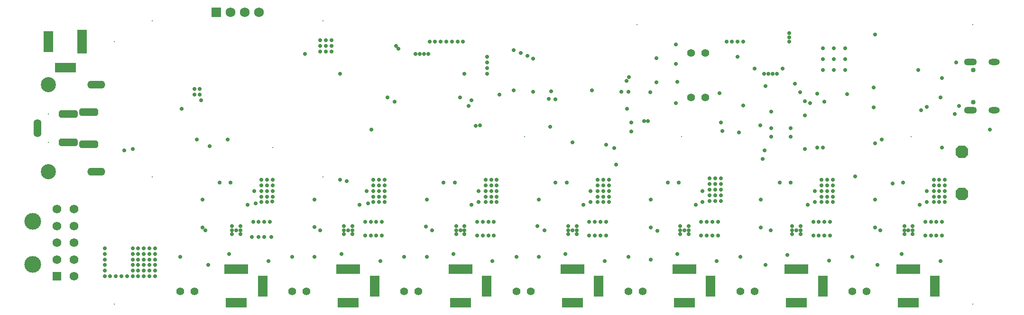
<source format=gbs>
G04*
G04 #@! TF.GenerationSoftware,Altium Limited,Altium Designer,24.5.2 (23)*
G04*
G04 Layer_Color=16711935*
%FSLAX44Y44*%
%MOMM*%
G71*
G04*
G04 #@! TF.SameCoordinates,89E67EBC-8B33-4F8A-85E1-C4BFE03A709E*
G04*
G04*
G04 #@! TF.FilePolarity,Negative*
G04*
G01*
G75*
%ADD79C,3.0000*%
%ADD80C,1.5700*%
%ADD81R,1.5700X1.5700*%
%ADD82C,0.2032*%
%ADD83C,1.7272*%
%ADD84R,1.7272X1.7272*%
G04:AMPARAMS|DCode=85|XSize=2.2032mm|YSize=2.2032mm|CornerRadius=0mm|HoleSize=0mm|Usage=FLASHONLY|Rotation=0.000|XOffset=0mm|YOffset=0mm|HoleType=Round|Shape=Octagon|*
%AMOCTAGOND85*
4,1,8,1.1016,-0.5508,1.1016,0.5508,0.5508,1.1016,-0.5508,1.1016,-1.1016,0.5508,-1.1016,-0.5508,-0.5508,-1.1016,0.5508,-1.1016,1.1016,-0.5508,0.0*
%
%ADD85OCTAGOND85*%

%ADD86C,1.4224*%
%ADD87R,4.2032X1.7032*%
%ADD88R,3.7032X1.7032*%
%ADD89R,1.7032X3.7032*%
%ADD90O,2.3032X1.2532*%
%ADD91O,2.0032X1.1032*%
%ADD92C,0.8532*%
%ADD93C,2.7032*%
G04:AMPARAMS|DCode=94|XSize=1.4032mm|YSize=3.4032mm|CornerRadius=0mm|HoleSize=0mm|Usage=FLASHONLY|Rotation=90.000|XOffset=0mm|YOffset=0mm|HoleType=Round|Shape=Octagon|*
%AMOCTAGOND94*
4,1,8,-1.7016,-0.3508,-1.7016,0.3508,-1.3508,0.7016,1.3508,0.7016,1.7016,0.3508,1.7016,-0.3508,1.3508,-0.7016,-1.3508,-0.7016,-1.7016,-0.3508,0.0*
%
%ADD94OCTAGOND94*%

%ADD95O,1.4032X3.2032*%
%ADD96O,3.2032X1.4032*%
%ADD97R,1.7032X4.2032*%
%ADD98C,0.7032*%
D79*
X21800Y121500D02*
D03*
Y198500D02*
D03*
D80*
X95000Y220000D02*
D03*
Y190000D02*
D03*
Y160000D02*
D03*
Y130000D02*
D03*
Y100000D02*
D03*
X65000Y220000D02*
D03*
Y190000D02*
D03*
Y160000D02*
D03*
Y130000D02*
D03*
D81*
Y100000D02*
D03*
D82*
X235200Y277500D02*
D03*
X540000D02*
D03*
Y556900D02*
D03*
X235200D02*
D03*
X1100000Y550000D02*
D03*
X1700000D02*
D03*
X1590000Y350000D02*
D03*
X167500Y50000D02*
D03*
Y520000D02*
D03*
X450000Y330000D02*
D03*
X900000Y350000D02*
D03*
X1180000D02*
D03*
X1700000Y50000D02*
D03*
X50000Y340000D02*
D03*
Y390000D02*
D03*
D83*
X425700Y572140D02*
D03*
X400300D02*
D03*
X374900D02*
D03*
D84*
X349500D02*
D03*
D85*
X1680000Y247000D02*
D03*
Y323000D02*
D03*
D86*
X285000Y72500D02*
D03*
X310400D02*
D03*
X1222400Y500000D02*
D03*
X1197000D02*
D03*
X510400Y72500D02*
D03*
X485000D02*
D03*
X1510400D02*
D03*
X1485000D02*
D03*
X1310400D02*
D03*
X1285000D02*
D03*
X1110400D02*
D03*
X1085000D02*
D03*
X910400D02*
D03*
X885000D02*
D03*
X710400D02*
D03*
X685000D02*
D03*
X1222400Y420000D02*
D03*
X1197000D02*
D03*
D87*
X385000Y112500D02*
D03*
X1585000D02*
D03*
X1385000D02*
D03*
X1185000D02*
D03*
X985000D02*
D03*
X785000D02*
D03*
X585000D02*
D03*
D88*
X385000Y52500D02*
D03*
X1585000D02*
D03*
X1385000D02*
D03*
X1185000D02*
D03*
X985000D02*
D03*
X785000D02*
D03*
X585000D02*
D03*
X80000Y473000D02*
D03*
D89*
X432000Y82500D02*
D03*
X1632000D02*
D03*
X1432000D02*
D03*
X1232000D02*
D03*
X1032000D02*
D03*
X832000D02*
D03*
X632000D02*
D03*
X50000Y520000D02*
D03*
D90*
X1695700Y397014D02*
D03*
Y483414D02*
D03*
D91*
X1737500Y397014D02*
D03*
Y483414D02*
D03*
D92*
X1700700Y469114D02*
D03*
Y411314D02*
D03*
D93*
X50000Y287000D02*
D03*
Y443000D02*
D03*
D94*
X121500Y394000D02*
D03*
Y336000D02*
D03*
X85000Y390000D02*
D03*
Y340000D02*
D03*
D95*
X30000Y365000D02*
D03*
D96*
X135000Y287000D02*
D03*
Y443000D02*
D03*
D97*
X110000Y520000D02*
D03*
D98*
X1063506Y299855D02*
D03*
X922874Y189518D02*
D03*
X1124250Y429250D02*
D03*
X570000Y462500D02*
D03*
X1443016Y128016D02*
D03*
X1368862Y137854D02*
D03*
X1321688Y237499D02*
D03*
X1321717Y187498D02*
D03*
X1112802Y377810D02*
D03*
X1120000D02*
D03*
X1136580Y180920D02*
D03*
X1125000Y187500D02*
D03*
X723420Y189080D02*
D03*
X735000Y182500D02*
D03*
X535144Y182356D02*
D03*
X524484Y188016D02*
D03*
X200000Y327500D02*
D03*
X1089960Y375000D02*
D03*
X1082500Y400000D02*
D03*
X1290000Y405730D02*
D03*
X1328016Y325230D02*
D03*
X1375000Y350000D02*
D03*
X1409270Y410000D02*
D03*
X1400000Y413540D02*
D03*
X1340056Y394310D02*
D03*
X1391829Y429254D02*
D03*
X1421984Y426944D02*
D03*
X1382540Y444825D02*
D03*
X1327500Y462500D02*
D03*
X1335000D02*
D03*
X1342500D02*
D03*
X1350000D02*
D03*
X1475000Y425730D02*
D03*
X1617500Y403270D02*
D03*
X1252500Y360000D02*
D03*
X1310000Y471730D02*
D03*
X1360000D02*
D03*
X1170000Y515000D02*
D03*
X1082037Y450049D02*
D03*
X1085655Y456298D02*
D03*
X955000Y416730D02*
D03*
X880000Y505000D02*
D03*
X892500Y499270D02*
D03*
X905000Y494230D02*
D03*
X915000Y489690D02*
D03*
X1135000Y490500D02*
D03*
X855040Y425000D02*
D03*
X805000Y415040D02*
D03*
X812540Y369334D02*
D03*
X570000Y272500D02*
D03*
X525000Y236730D02*
D03*
X1338810Y182500D02*
D03*
X1170000Y480000D02*
D03*
X1230000Y275000D02*
D03*
X1240000D02*
D03*
X1250000D02*
D03*
X1089960Y358956D02*
D03*
X1377500Y175000D02*
D03*
Y182500D02*
D03*
X942500Y417500D02*
D03*
X945000Y367500D02*
D03*
X1282500Y357500D02*
D03*
X1250000Y375000D02*
D03*
X1325000Y310000D02*
D03*
X792500Y462500D02*
D03*
X832500D02*
D03*
Y472500D02*
D03*
Y482500D02*
D03*
Y492500D02*
D03*
X850000Y272500D02*
D03*
Y252500D02*
D03*
X840000Y262500D02*
D03*
X830000Y272500D02*
D03*
X840000Y242500D02*
D03*
X850000Y232500D02*
D03*
Y242500D02*
D03*
X830000Y262500D02*
D03*
X840000Y252500D02*
D03*
X830000D02*
D03*
Y232500D02*
D03*
X817500D02*
D03*
X845000Y197500D02*
D03*
X835000D02*
D03*
X805000Y227500D02*
D03*
X817500Y252500D02*
D03*
X820000Y370000D02*
D03*
X830000Y242500D02*
D03*
X582500Y270000D02*
D03*
X625795Y362380D02*
D03*
X985000Y340000D02*
D03*
X1045000Y335000D02*
D03*
X1059954Y329672D02*
D03*
X1372500Y520000D02*
D03*
Y527500D02*
D03*
X1280000Y492500D02*
D03*
X705000Y497500D02*
D03*
X720000D02*
D03*
X727500D02*
D03*
X670000Y512500D02*
D03*
X535000Y502500D02*
D03*
X555000D02*
D03*
X545000D02*
D03*
X535000Y512500D02*
D03*
X545000D02*
D03*
X555000D02*
D03*
Y522500D02*
D03*
X535000D02*
D03*
X545000D02*
D03*
X507500Y497500D02*
D03*
X674163Y506838D02*
D03*
X1556940Y266310D02*
D03*
X840000Y272500D02*
D03*
Y232500D02*
D03*
X850000Y262500D02*
D03*
X915000Y430000D02*
D03*
X880000Y432500D02*
D03*
X425000Y170000D02*
D03*
X392500Y175000D02*
D03*
X329960Y182500D02*
D03*
X355000Y267500D02*
D03*
X375000D02*
D03*
X430000Y272500D02*
D03*
X450000Y262500D02*
D03*
X377500Y182500D02*
D03*
Y190000D02*
D03*
X440000Y252500D02*
D03*
X430000Y242500D02*
D03*
X417500Y252500D02*
D03*
X430000Y262500D02*
D03*
X440000Y272500D02*
D03*
X430000Y252500D02*
D03*
X420000Y230000D02*
D03*
X440000Y262500D02*
D03*
X450000Y272500D02*
D03*
X405000Y227500D02*
D03*
X415000Y197500D02*
D03*
X440000Y232500D02*
D03*
X392500Y182500D02*
D03*
X450000Y242500D02*
D03*
X448936Y233564D02*
D03*
X425000Y197500D02*
D03*
X435000Y197500D02*
D03*
X655000Y420000D02*
D03*
X412500Y170000D02*
D03*
X445000Y197500D02*
D03*
X1667500Y390000D02*
D03*
X1730000Y362500D02*
D03*
X1450000Y272500D02*
D03*
X1422500Y330000D02*
D03*
X1432500D02*
D03*
X1645000D02*
D03*
X790000Y520000D02*
D03*
X1247500Y427460D02*
D03*
X1085000Y430000D02*
D03*
X1072500D02*
D03*
X1522500Y402500D02*
D03*
X1435000Y412500D02*
D03*
X1400000Y327500D02*
D03*
X1375000Y365000D02*
D03*
X1400000Y387500D02*
D03*
X325000Y187500D02*
D03*
Y237500D02*
D03*
X440000Y242500D02*
D03*
X450000Y252500D02*
D03*
X335000Y120000D02*
D03*
X442500Y127500D02*
D03*
X285000Y135000D02*
D03*
X372500Y140000D02*
D03*
X447314Y170186D02*
D03*
X435000Y170000D02*
D03*
X377500Y175000D02*
D03*
X385000Y182500D02*
D03*
X392500Y190000D02*
D03*
X430000Y232500D02*
D03*
X185000Y325000D02*
D03*
X1135000Y447500D02*
D03*
X1170000Y410000D02*
D03*
X1172500Y448055D02*
D03*
X1522500Y437500D02*
D03*
X947500Y430991D02*
D03*
X1330000Y440000D02*
D03*
X1020000Y432540D02*
D03*
X1320202Y369798D02*
D03*
X1645000Y454960D02*
D03*
X1602500Y468754D02*
D03*
X1489919Y278293D02*
D03*
X1607500Y397500D02*
D03*
X1670000Y482500D02*
D03*
X1675000Y405000D02*
D03*
X1642500Y420000D02*
D03*
X315000Y345000D02*
D03*
X370000D02*
D03*
X1340000Y350000D02*
D03*
X712500Y497500D02*
D03*
X784656Y420344D02*
D03*
X667500Y412500D02*
D03*
X310000Y425000D02*
D03*
Y435000D02*
D03*
X320000D02*
D03*
Y425000D02*
D03*
X1250000Y265000D02*
D03*
X1240000D02*
D03*
X1250000Y255000D02*
D03*
Y245000D02*
D03*
X1230000Y265000D02*
D03*
X1240000Y255000D02*
D03*
X925000Y237500D02*
D03*
X1040000Y272500D02*
D03*
X1050000D02*
D03*
X1230000Y255000D02*
D03*
X1250000Y235000D02*
D03*
X1240000Y245000D02*
D03*
X1217500Y252500D02*
D03*
X1240000Y235000D02*
D03*
X1230000Y245000D02*
D03*
X337500Y332500D02*
D03*
X287500Y400000D02*
D03*
X322500Y415000D02*
D03*
X730000Y520000D02*
D03*
X770000D02*
D03*
X750000D02*
D03*
X740000D02*
D03*
X780000D02*
D03*
X760000D02*
D03*
X1290000D02*
D03*
X1280000D02*
D03*
X1270000D02*
D03*
X1260000D02*
D03*
X1525000Y532500D02*
D03*
X1372500Y535000D02*
D03*
X1340000Y365000D02*
D03*
X1525000Y337500D02*
D03*
X1537500Y345000D02*
D03*
X1432250Y488500D02*
D03*
X190000Y100000D02*
D03*
X180000D02*
D03*
X170000D02*
D03*
X160000D02*
D03*
X150000D02*
D03*
Y110000D02*
D03*
Y120000D02*
D03*
Y130000D02*
D03*
Y140000D02*
D03*
Y150000D02*
D03*
X240000Y100000D02*
D03*
Y110000D02*
D03*
Y120000D02*
D03*
Y130000D02*
D03*
Y140000D02*
D03*
Y150000D02*
D03*
X230000D02*
D03*
Y140000D02*
D03*
Y130000D02*
D03*
Y120000D02*
D03*
Y110000D02*
D03*
Y100000D02*
D03*
X220000D02*
D03*
Y110000D02*
D03*
Y120000D02*
D03*
Y130000D02*
D03*
Y140000D02*
D03*
Y150000D02*
D03*
X210000Y100000D02*
D03*
Y110000D02*
D03*
Y120000D02*
D03*
Y130000D02*
D03*
Y140000D02*
D03*
Y150000D02*
D03*
X200000Y100000D02*
D03*
Y110000D02*
D03*
Y120000D02*
D03*
Y130000D02*
D03*
Y140000D02*
D03*
Y150000D02*
D03*
X1432250Y508250D02*
D03*
X1471750Y468750D02*
D03*
X1452000D02*
D03*
X1432250D02*
D03*
X1452000Y508250D02*
D03*
X1471750D02*
D03*
Y488500D02*
D03*
X1452000D02*
D03*
X800000Y405000D02*
D03*
X1530000Y120000D02*
D03*
X1485000Y135000D02*
D03*
X1330000Y120000D02*
D03*
X1125000Y130000D02*
D03*
X925000Y135000D02*
D03*
X725000D02*
D03*
X525000D02*
D03*
X1615000Y172500D02*
D03*
X1630000Y242500D02*
D03*
X1640000Y262500D02*
D03*
X1630000D02*
D03*
X1615000Y197500D02*
D03*
X1645000D02*
D03*
X1640000Y232500D02*
D03*
X1617500D02*
D03*
X1605000Y227500D02*
D03*
X1650000Y272500D02*
D03*
X1640000D02*
D03*
X1630000D02*
D03*
X1625000Y197500D02*
D03*
X1635000D02*
D03*
X1625000Y172500D02*
D03*
X1635000D02*
D03*
X1642500Y127500D02*
D03*
X1525000Y237500D02*
D03*
Y187500D02*
D03*
X1535000Y182500D02*
D03*
X1617500Y252500D02*
D03*
X1575000Y267500D02*
D03*
X1592500Y182500D02*
D03*
Y190000D02*
D03*
Y175000D02*
D03*
X1577500Y190000D02*
D03*
X1585000Y182500D02*
D03*
X1577500D02*
D03*
Y175000D02*
D03*
X1572500Y140000D02*
D03*
X1205000Y227500D02*
D03*
X1245000Y172500D02*
D03*
X1225000Y197500D02*
D03*
X1235000D02*
D03*
Y172500D02*
D03*
X1225000D02*
D03*
X1242500Y127500D02*
D03*
X1125000Y237500D02*
D03*
X1175000Y267500D02*
D03*
X1155000D02*
D03*
X1085000Y135000D02*
D03*
X1192500Y182500D02*
D03*
Y175000D02*
D03*
Y190000D02*
D03*
X1177500D02*
D03*
X1185000Y182500D02*
D03*
X1177500D02*
D03*
Y175000D02*
D03*
X1172500Y140000D02*
D03*
X1440000Y242500D02*
D03*
X1430000Y252500D02*
D03*
Y262500D02*
D03*
X1445000Y197500D02*
D03*
X1430000Y232500D02*
D03*
X1417500D02*
D03*
X1405000Y227500D02*
D03*
X1450000Y242500D02*
D03*
Y252500D02*
D03*
Y262500D02*
D03*
X1440000Y272500D02*
D03*
X1430000D02*
D03*
X1425000Y197500D02*
D03*
X1435000D02*
D03*
Y172500D02*
D03*
X1425000D02*
D03*
X1417500Y252500D02*
D03*
X1375000Y267500D02*
D03*
X1355000D02*
D03*
X1285000Y135000D02*
D03*
X1392500Y182500D02*
D03*
Y175000D02*
D03*
Y190000D02*
D03*
X1377500D02*
D03*
X1385000Y182500D02*
D03*
X1245000Y197500D02*
D03*
X1230000Y235000D02*
D03*
X1217500Y232500D02*
D03*
X1040000Y242500D02*
D03*
X1030000D02*
D03*
X1040000Y262500D02*
D03*
X1030000D02*
D03*
X1015000Y197500D02*
D03*
X1045000D02*
D03*
X1005000Y227500D02*
D03*
X1050000Y262500D02*
D03*
X1030000Y272500D02*
D03*
X1025000Y197500D02*
D03*
X1035000D02*
D03*
Y172500D02*
D03*
X1025000D02*
D03*
X1042500Y127500D02*
D03*
X935000Y182500D02*
D03*
X1017500Y252500D02*
D03*
X975000Y267500D02*
D03*
X955000D02*
D03*
X885000Y135000D02*
D03*
X992500Y182500D02*
D03*
Y175000D02*
D03*
Y190000D02*
D03*
X977500D02*
D03*
X985000Y182500D02*
D03*
X977500D02*
D03*
Y175000D02*
D03*
X972500Y140000D02*
D03*
X825000Y197500D02*
D03*
X835000Y172500D02*
D03*
X825000D02*
D03*
X842500Y127500D02*
D03*
X725000Y237500D02*
D03*
X775000Y267500D02*
D03*
X755000D02*
D03*
X685000Y135000D02*
D03*
X792500Y182500D02*
D03*
Y175000D02*
D03*
Y190000D02*
D03*
X777500D02*
D03*
X785000Y182500D02*
D03*
X777500D02*
D03*
Y175000D02*
D03*
X772500Y140000D02*
D03*
X615000Y172500D02*
D03*
X640000Y242500D02*
D03*
Y262500D02*
D03*
X650000D02*
D03*
Y272500D02*
D03*
X635000Y197500D02*
D03*
X625000D02*
D03*
X635000Y172500D02*
D03*
X625000D02*
D03*
X642500Y127500D02*
D03*
X617500Y252500D02*
D03*
X485000Y135000D02*
D03*
X592500Y182500D02*
D03*
Y175000D02*
D03*
Y190000D02*
D03*
X577500D02*
D03*
X585000Y182500D02*
D03*
X577500D02*
D03*
Y175000D02*
D03*
X572500Y140000D02*
D03*
X815000Y172500D02*
D03*
X845000D02*
D03*
X640000Y252500D02*
D03*
X630000Y262500D02*
D03*
X615000Y197500D02*
D03*
X645000D02*
D03*
X640000Y232500D02*
D03*
X645000Y172500D02*
D03*
X650000Y242500D02*
D03*
X1640000D02*
D03*
Y252500D02*
D03*
X1630000D02*
D03*
Y232500D02*
D03*
X1650000D02*
D03*
X1645000Y172500D02*
D03*
X1650000Y242500D02*
D03*
Y252500D02*
D03*
Y262500D02*
D03*
X1415000Y172500D02*
D03*
X1430000Y242500D02*
D03*
X1440000Y252500D02*
D03*
Y262500D02*
D03*
X1415000Y197500D02*
D03*
X1440000Y232500D02*
D03*
X1450000D02*
D03*
X1445000Y172500D02*
D03*
X1215000D02*
D03*
Y197500D02*
D03*
X1015000Y172500D02*
D03*
X1040000Y252500D02*
D03*
X1030000D02*
D03*
X1040000Y232500D02*
D03*
X1030000D02*
D03*
X1017500D02*
D03*
X1050000D02*
D03*
X1045000Y172500D02*
D03*
X1050000Y242500D02*
D03*
Y252500D02*
D03*
X815000Y197500D02*
D03*
X630000Y242500D02*
D03*
Y252500D02*
D03*
Y232500D02*
D03*
X620000Y230000D02*
D03*
X605000Y227500D02*
D03*
X650000Y232500D02*
D03*
Y252500D02*
D03*
X640000Y272500D02*
D03*
X630000D02*
D03*
M02*

</source>
